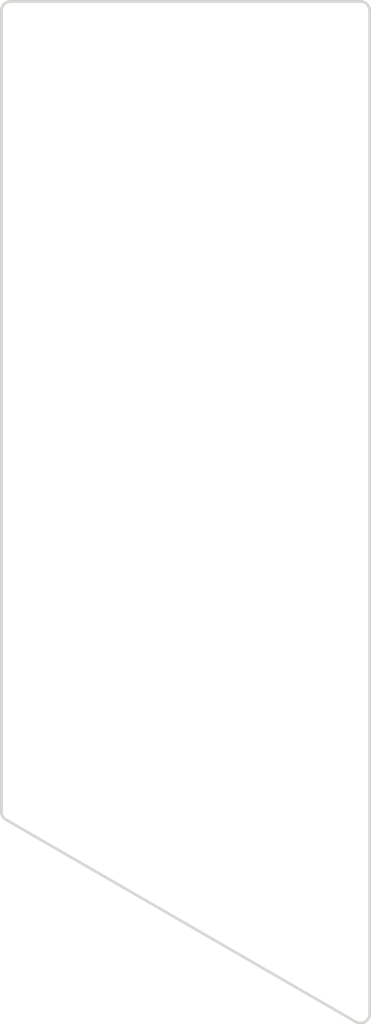
<source format=kicad_pcb>


(kicad_pcb
  (version 20240108)
  (generator "ergogen")
  (generator_version "4.1.0")
  (general
    (thickness 1.6)
    (legacy_teardrops no)
  )
  (paper "A3")
  (title_block
    (title "controller_overlay")
    (date "2024-04-30")
    (rev "0.2")
    (company "ceoloide")
  )

  (layers
    (0 "F.Cu" signal)
    (31 "B.Cu" signal)
    (32 "B.Adhes" user "B.Adhesive")
    (33 "F.Adhes" user "F.Adhesive")
    (34 "B.Paste" user)
    (35 "F.Paste" user)
    (36 "B.SilkS" user "B.Silkscreen")
    (37 "F.SilkS" user "F.Silkscreen")
    (38 "B.Mask" user)
    (39 "F.Mask" user)
    (40 "Dwgs.User" user "User.Drawings")
    (41 "Cmts.User" user "User.Comments")
    (42 "Eco1.User" user "User.Eco1")
    (43 "Eco2.User" user "User.Eco2")
    (44 "Edge.Cuts" user)
    (45 "Margin" user)
    (46 "B.CrtYd" user "B.Courtyard")
    (47 "F.CrtYd" user "F.Courtyard")
    (48 "B.Fab" user)
    (49 "F.Fab" user)
  )

  (setup
    (pad_to_mask_clearance 0.05)
    (allow_soldermask_bridges_in_footprints no)
    (pcbplotparams
      (layerselection 0x00010fc_ffffffff)
      (plot_on_all_layers_selection 0x0000000_00000000)
      (disableapertmacros no)
      (usegerberextensions no)
      (usegerberattributes yes)
      (usegerberadvancedattributes yes)
      (creategerberjobfile yes)
      (dashed_line_dash_ratio 12.000000)
      (dashed_line_gap_ratio 3.000000)
      (svgprecision 4)
      (plotframeref no)
      (viasonmask no)
      (mode 1)
      (useauxorigin no)
      (hpglpennumber 1)
      (hpglpenspeed 20)
      (hpglpendiameter 15.000000)
      (pdf_front_fp_property_popups yes)
      (pdf_back_fp_property_popups yes)
      (dxfpolygonmode yes)
      (dxfimperialunits yes)
      (dxfusepcbnewfont yes)
      (psnegative no)
      (psa4output no)
      (plotreference yes)
      (plotvalue yes)
      (plotfptext yes)
      (plotinvisibletext no)
      (sketchpadsonfab no)
      (subtractmaskfromsilk no)
      (outputformat 1)
      (mirror no)
      (drillshape 1)
      (scaleselection 1)
      (outputdirectory "")
    )
  )

  (net 0 "")

  
  (gr_line (start 184.9974451 88.34056795907989) (end 184.9974451 45.51459040000001) (layer Edge.Cuts) (stroke (width 0.15) (type default)))
(gr_line (start 185.4974451 45.01459040000001) (end 204.2174451 45.01459040000001) (layer Edge.Cuts) (stroke (width 0.15) (type default)))
(gr_line (start 204.7174451 45.51459040000001) (end 204.7174451 99.14856499811555) (layer Edge.Cuts) (stroke (width 0.15) (type default)))
(gr_line (start 203.9674451 99.58157769811555) (end 185.2474451 88.7735806590799) (layer Edge.Cuts) (stroke (width 0.15) (type default)))
(gr_arc (start 185.4974451 45.01459040000001) (mid 185.14389169999998 45.16103700000001) (end 184.9974451 45.51459040000001) (layer Edge.Cuts) (stroke (width 0.15) (type default)))
(gr_arc (start 204.7174451 45.51459040000001) (mid 204.5709985 45.16103700000001) (end 204.2174451 45.01459040000001) (layer Edge.Cuts) (stroke (width 0.15) (type default)))
(gr_arc (start 203.9674451 99.58157769811555) (mid 204.4674451 99.58157769811555) (end 204.7174451 99.14856499811555) (layer Edge.Cuts) (stroke (width 0.15) (type default)))
(gr_arc (start 184.9974451 88.34056795907989) (mid 185.0644324 88.59056795907989) (end 185.2474451 88.7735806590799) (layer Edge.Cuts) (stroke (width 0.15) (type default)))

)


</source>
